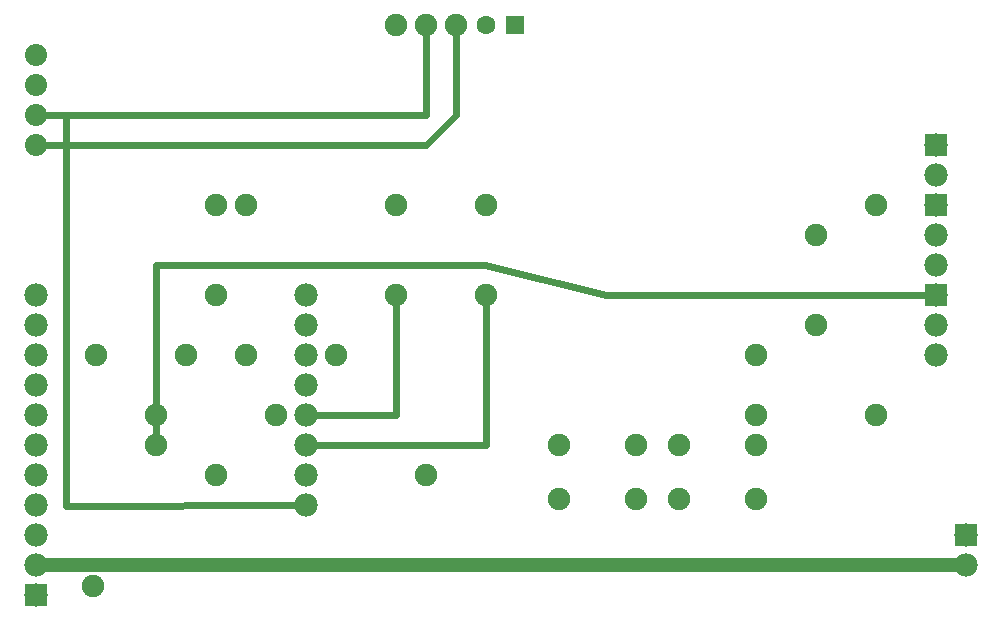
<source format=gbl>
G04 MADE WITH FRITZING*
G04 WWW.FRITZING.ORG*
G04 DOUBLE SIDED*
G04 HOLES PLATED*
G04 CONTOUR ON CENTER OF CONTOUR VECTOR*
%ASAXBY*%
%FSLAX23Y23*%
%MOIN*%
%OFA0B0*%
%SFA1.0B1.0*%
%ADD10C,0.077778*%
%ADD11C,0.073889*%
%ADD12C,0.078000*%
%ADD13C,0.075000*%
%ADD14C,0.062992*%
%ADD15R,0.078000X0.078000*%
%ADD16R,0.062992X0.062992*%
%ADD17C,0.024000*%
%ADD18C,0.048000*%
%LNCOPPER0*%
G90*
G70*
G54D10*
X140Y1079D03*
X140Y979D03*
X140Y879D03*
X140Y779D03*
X140Y679D03*
X140Y579D03*
X140Y479D03*
X140Y379D03*
X1040Y379D03*
X1040Y479D03*
X1040Y579D03*
X1040Y679D03*
X1040Y779D03*
X1040Y879D03*
X1040Y979D03*
X1040Y1079D03*
G54D11*
X140Y1879D03*
X140Y1779D03*
X140Y1679D03*
X140Y1579D03*
G54D12*
X140Y79D03*
X140Y179D03*
X140Y279D03*
X3240Y279D03*
X3240Y179D03*
G54D13*
X740Y479D03*
X333Y112D03*
G54D12*
X3140Y1079D03*
X3140Y979D03*
X3140Y879D03*
X3140Y1379D03*
X3140Y1279D03*
X3140Y1179D03*
X3140Y1579D03*
X3140Y1479D03*
X3140Y1379D03*
G54D13*
X140Y579D03*
X540Y579D03*
X140Y679D03*
X540Y679D03*
X2740Y979D03*
X2740Y1279D03*
X940Y679D03*
X1140Y879D03*
X2940Y1379D03*
X2940Y679D03*
X1540Y1979D03*
X1440Y1979D03*
X1340Y1979D03*
X1340Y1379D03*
X1340Y1079D03*
X1640Y1379D03*
X1640Y1079D03*
G54D14*
X1738Y1979D03*
X1640Y1979D03*
G54D13*
X740Y1379D03*
X740Y1079D03*
X840Y1379D03*
X840Y879D03*
X2140Y402D03*
X1884Y402D03*
X2140Y579D03*
X1884Y579D03*
X2540Y402D03*
X2284Y402D03*
X2540Y579D03*
X2284Y579D03*
X340Y879D03*
X640Y879D03*
X640Y879D03*
X1440Y479D03*
X2540Y879D03*
X2540Y679D03*
G54D15*
X140Y79D03*
X3240Y279D03*
X3140Y1079D03*
X3140Y1379D03*
X3140Y1579D03*
G54D16*
X1738Y1979D03*
G54D17*
X241Y1679D02*
X163Y1679D01*
D02*
X1022Y379D02*
X241Y378D01*
D02*
X241Y378D02*
X241Y1679D01*
G54D18*
D02*
X159Y179D02*
X3221Y179D01*
G54D17*
D02*
X541Y1179D02*
X540Y596D01*
D02*
X1638Y1179D02*
X541Y1179D01*
D02*
X2042Y1080D02*
X1638Y1179D01*
D02*
X3121Y1079D02*
X2042Y1080D01*
D02*
X1058Y679D02*
X1340Y680D01*
D02*
X1340Y680D02*
X1340Y1061D01*
D02*
X1640Y1061D02*
X1640Y579D01*
D02*
X1640Y579D02*
X1441Y579D01*
D02*
X1441Y579D02*
X1058Y579D01*
D02*
X163Y1679D02*
X1441Y1679D01*
D02*
X1441Y1679D02*
X1440Y1961D01*
D02*
X1541Y1679D02*
X1540Y1961D01*
D02*
X163Y1579D02*
X1441Y1579D01*
D02*
X1441Y1579D02*
X1541Y1679D01*
G04 End of Copper0*
M02*
</source>
